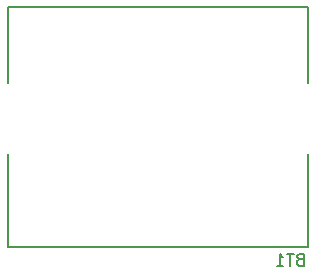
<source format=gbo>
G04 #@! TF.FileFunction,Legend,Bot*
%FSLAX46Y46*%
G04 Gerber Fmt 4.6, Leading zero omitted, Abs format (unit mm)*
G04 Created by KiCad (PCBNEW 4.0.2-stable) date 2016 May 29, Sunday 21:59:10*
%MOMM*%
G01*
G04 APERTURE LIST*
%ADD10C,0.100000*%
%ADD11C,0.150000*%
%ADD12R,4.400000X4.400000*%
%ADD13R,5.900000X5.900000*%
G04 APERTURE END LIST*
D10*
D11*
X118110000Y-81915000D02*
X92710000Y-81915000D01*
X92710000Y-81915000D02*
X92710000Y-102235000D01*
X92710000Y-102235000D02*
X118110000Y-102235000D01*
X118110000Y-102235000D02*
X118110000Y-81915000D01*
X117371714Y-103306571D02*
X117228857Y-103354190D01*
X117181238Y-103401810D01*
X117133619Y-103497048D01*
X117133619Y-103639905D01*
X117181238Y-103735143D01*
X117228857Y-103782762D01*
X117324095Y-103830381D01*
X117705048Y-103830381D01*
X117705048Y-102830381D01*
X117371714Y-102830381D01*
X117276476Y-102878000D01*
X117228857Y-102925619D01*
X117181238Y-103020857D01*
X117181238Y-103116095D01*
X117228857Y-103211333D01*
X117276476Y-103258952D01*
X117371714Y-103306571D01*
X117705048Y-103306571D01*
X116847905Y-102830381D02*
X116276476Y-102830381D01*
X116562191Y-103830381D02*
X116562191Y-102830381D01*
X115419333Y-103830381D02*
X115990762Y-103830381D01*
X115705048Y-103830381D02*
X115705048Y-102830381D01*
X115800286Y-102973238D01*
X115895524Y-103068476D01*
X115990762Y-103116095D01*
%LPC*%
D12*
X105410000Y-91440000D03*
D13*
X92610000Y-91440000D03*
X118210000Y-91440000D03*
M02*

</source>
